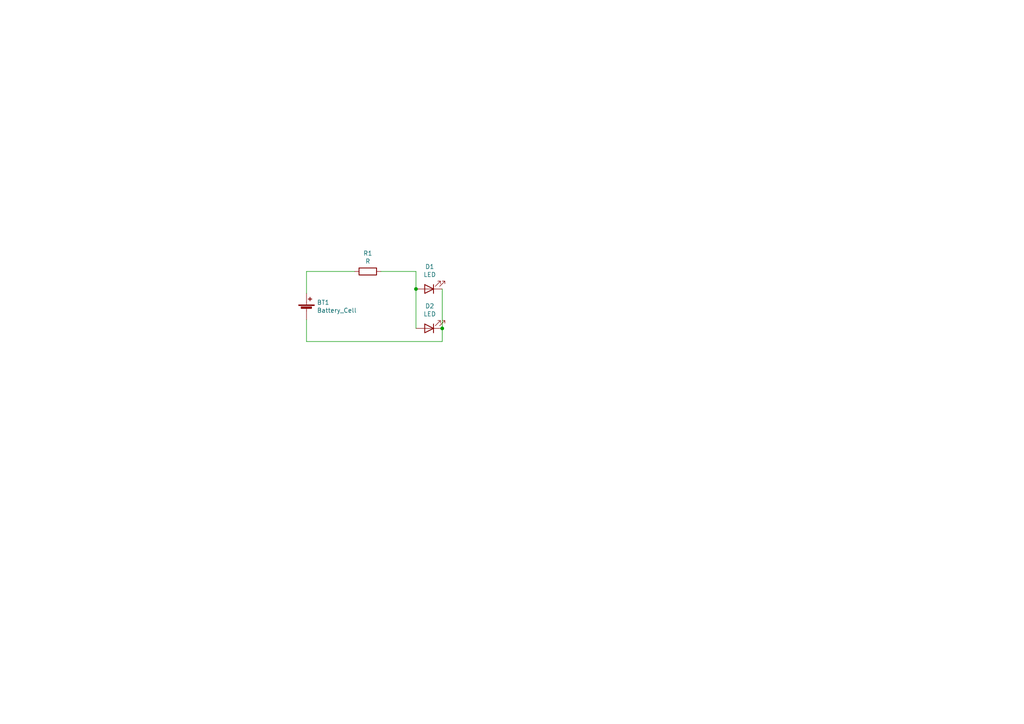
<source format=kicad_sch>
(kicad_sch (version 20211123) (generator eeschema)
  (paper "A4")
  (title_block (title "Shitty Add-On of Reddit avatar for DEFCON 2023") (date "2022-08-23") (rev "1.1") (company "DE:AD:10:C5"))
  (lib_symbols
    (symbol "Device:Battery_Cell" (pin_numbers hide) (pin_names (offset 0) hide)
      (property "Reference" "BT" (at 2.54 2.54 0))
      (property "Value" "Battery_Cell" (at 2.54 0 0))
      (symbol "Battery_Cell_0_1"
        (rectangle (start -2.286 1.778) (end 2.286 1.524) (fill (type outline)))
        (rectangle (start -1.5748 1.1938) (end 1.4732 0.6858) (fill (type outline)))
        (polyline (pts (xy 0 0.762) (xy 0 0)))
        (polyline (pts (xy 0 1.778) (xy 0 2.54)))
        (polyline (pts (xy 0.508 3.429) (xy 1.524 3.429)) (stroke (width 0.254)))
        (polyline (pts (xy 1.016 3.937) (xy 1.016 2.921)) (stroke (width 0.254)))
      )
      (symbol "Battery_Cell_1_1"
        (pin passive line (at 0 5.08 270) (length 2.54) (name "+") (number "1"))
        (pin passive line (at 0 -2.54 90) (length 2.54) (name "-") (number "2"))
      )
    )
    (symbol "Device:LED" (pin_numbers hide) (pin_names (offset 1.016) hide)
      (property "Reference" "D" (at 0 2.54 0))
      (property "Value" "LED" (at 0 -2.54 0))
      (symbol "LED_0_1"
        (polyline (pts (xy -1.27 -1.27) (xy -1.27 1.27)) (stroke (width 0.254)))
        (polyline (pts (xy -1.27 0) (xy 1.27 0)))
        (polyline (pts (xy 1.27 -1.27) (xy 1.27 1.27) (xy -1.27 0) (xy 1.27 -1.27)) (stroke (width 0.254)))
        (polyline (pts (xy -3.048 -0.762) (xy -4.572 -2.286) (xy -3.81 -2.286) (xy -4.572 -2.286) (xy -4.572 -1.524)))
        (polyline (pts (xy -1.778 -0.762) (xy -3.302 -2.286) (xy -2.54 -2.286) (xy -3.302 -2.286) (xy -3.302 -1.524)))
      )
      (symbol "LED_1_1"
        (pin passive line (at -3.81 0 0) (length 2.54) (name "K") (number "1"))
        (pin passive line (at 3.81 0 180) (length 2.54) (name "A") (number "2"))
      )
    )
    (symbol "Device:R" (pin_numbers hide) (pin_names (offset 0))
      (property "Reference" "R" (at 2.032 0 90))
      (property "Value" "R" (at 0 0 90))
      (symbol "R_0_1"
        (rectangle (start -1.016 -2.54) (end 1.016 2.54) (stroke (width 0.254)))
      )
      (symbol "R_1_1"
        (pin passive line (at 0 3.81 270) (length 1.27) (name "~") (number "1"))
        (pin passive line (at 0 -3.81 90) (length 1.27) (name "~") (number "2"))
      )
    )
  )
  (junction (at 120.65 83.82))
  (junction (at 128.27 95.25))
  (wire (pts (xy 88.9 78.74) (xy 88.9 85.09)))
  (wire (pts (xy 120.65 78.74) (xy 120.65 83.82)))
  (wire (pts (xy 110.49 78.74) (xy 120.65 78.74)))
  (wire (pts (xy 102.87 78.74) (xy 88.9 78.74)))
  (wire (pts (xy 128.27 95.25) (xy 128.27 99.06)))
  (wire (pts (xy 128.27 83.82) (xy 128.27 95.25)))
  (wire (pts (xy 120.65 83.82) (xy 120.65 95.25)))
  (wire (pts (xy 128.27 99.06) (xy 88.9 99.06)))
  (wire (pts (xy 88.9 99.06) (xy 88.9 92.71)))
  (symbol (lib_id "Device:Battery_Cell") (at 88.9 90.17 0) (unit 1)
    (property "Reference" "BT1" (at 91.8972 87.7316 0) (effects (justify left)))
    (property "Value" "Battery_Cell" (at 91.8972 90.043 0) (effects (justify left)))
    (property "Footprint" "Battery:BatteryHolder_Keystone_3002_1x2032" (effects hide))
  )
  (symbol (lib_id "Device:R") (at 106.68 78.74 90) (unit 1)
    (property "Reference" "R1" (at 106.68 73.4822 90))
    (property "Value" "R" (at 106.68 75.7936 90))
    (property "Footprint" "Resistor_SMD:R_0805_2012Metric_Pad1.20x1.40mm_HandSolder" (effects hide))
  )
  (symbol (lib_id "Device:LED") (at 124.46 83.82 180) (unit 1)
    (property "Reference" "D1" (at 124.6378 77.343 0))
    (property "Value" "LED" (at 124.6378 79.6544 0))
    (property "Footprint" "LED_SMD:LED_PLCC-2" (effects hide))
  )
  (symbol (lib_id "Device:LED") (at 124.46 95.25 180) (unit 1)
    (property "Reference" "D2" (at 124.6378 88.773 0))
    (property "Value" "LED" (at 124.6378 91.0844 0))
    (property "Footprint" "LED_SMD:LED_PLCC-2" (effects hide))
  )
)
</source>
